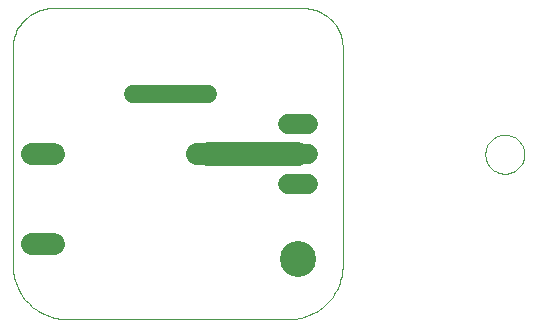
<source format=gbl>
G75*
G70*
%OFA0B0*%
%FSLAX24Y24*%
%IPPOS*%
%LPD*%
%AMOC8*
5,1,8,0,0,1.08239X$1,22.5*
%
%ADD10C,0.0000*%
%ADD11C,0.0660*%
%ADD12C,0.0740*%
%ADD13C,0.1200*%
%ADD14C,0.0400*%
%ADD15C,0.0600*%
%ADD16C,0.0800*%
D10*
X001904Y001670D02*
X009297Y001670D01*
X009297Y001671D02*
X009382Y001673D01*
X009468Y001679D01*
X009553Y001689D01*
X009637Y001703D01*
X009720Y001722D01*
X009803Y001744D01*
X009884Y001770D01*
X009965Y001800D01*
X010043Y001833D01*
X010120Y001871D01*
X010195Y001912D01*
X010268Y001956D01*
X010339Y002004D01*
X010407Y002055D01*
X010473Y002110D01*
X010536Y002167D01*
X010597Y002228D01*
X010654Y002291D01*
X010709Y002357D01*
X010760Y002425D01*
X010808Y002496D01*
X010852Y002569D01*
X010893Y002644D01*
X010931Y002721D01*
X010964Y002799D01*
X010994Y002880D01*
X011020Y002961D01*
X011042Y003044D01*
X011061Y003127D01*
X011075Y003211D01*
X011085Y003296D01*
X011091Y003382D01*
X011093Y003467D01*
X011093Y010721D01*
X011094Y010721D02*
X011092Y010792D01*
X011086Y010864D01*
X011077Y010935D01*
X011063Y011005D01*
X011046Y011074D01*
X011025Y011142D01*
X011000Y011210D01*
X010972Y011275D01*
X010940Y011339D01*
X010905Y011402D01*
X010867Y011462D01*
X010825Y011520D01*
X010780Y011576D01*
X010732Y011629D01*
X010682Y011679D01*
X010629Y011727D01*
X010573Y011772D01*
X010515Y011814D01*
X010455Y011852D01*
X010392Y011887D01*
X010328Y011919D01*
X010263Y011947D01*
X010195Y011972D01*
X010127Y011993D01*
X010058Y012010D01*
X009988Y012024D01*
X009917Y012033D01*
X009845Y012039D01*
X009774Y012041D01*
X009774Y012040D02*
X001426Y012040D01*
X001426Y012041D02*
X001354Y012039D01*
X001283Y012033D01*
X001211Y012024D01*
X001141Y012010D01*
X001071Y011993D01*
X001003Y011972D01*
X000935Y011947D01*
X000869Y011918D01*
X000805Y011887D01*
X000742Y011851D01*
X000682Y011813D01*
X000624Y011771D01*
X000568Y011726D01*
X000514Y011678D01*
X000463Y011627D01*
X000415Y011573D01*
X000370Y011517D01*
X000328Y011459D01*
X000290Y011399D01*
X000254Y011336D01*
X000223Y011272D01*
X000194Y011206D01*
X000169Y011138D01*
X000148Y011070D01*
X000131Y011000D01*
X000117Y010930D01*
X000108Y010858D01*
X000102Y010787D01*
X000100Y010715D01*
X000101Y010715D02*
X000101Y003473D01*
X000103Y003387D01*
X000109Y003302D01*
X000119Y003216D01*
X000134Y003132D01*
X000152Y003048D01*
X000174Y002965D01*
X000200Y002883D01*
X000230Y002803D01*
X000264Y002724D01*
X000301Y002647D01*
X000343Y002572D01*
X000387Y002498D01*
X000435Y002427D01*
X000487Y002358D01*
X000541Y002292D01*
X000599Y002229D01*
X000660Y002168D01*
X000723Y002110D01*
X000789Y002056D01*
X000858Y002004D01*
X000929Y001956D01*
X001002Y001912D01*
X001078Y001870D01*
X001155Y001833D01*
X001234Y001799D01*
X001314Y001769D01*
X001396Y001743D01*
X001479Y001721D01*
X001563Y001703D01*
X001647Y001688D01*
X001733Y001678D01*
X001818Y001672D01*
X001904Y001670D01*
X015851Y007170D02*
X015853Y007220D01*
X015859Y007270D01*
X015869Y007320D01*
X015882Y007368D01*
X015899Y007416D01*
X015920Y007462D01*
X015944Y007506D01*
X015972Y007548D01*
X016003Y007588D01*
X016037Y007625D01*
X016074Y007660D01*
X016113Y007691D01*
X016154Y007720D01*
X016198Y007745D01*
X016244Y007767D01*
X016291Y007785D01*
X016339Y007799D01*
X016388Y007810D01*
X016438Y007817D01*
X016488Y007820D01*
X016539Y007819D01*
X016589Y007814D01*
X016639Y007805D01*
X016687Y007793D01*
X016735Y007776D01*
X016781Y007756D01*
X016826Y007733D01*
X016869Y007706D01*
X016909Y007676D01*
X016947Y007643D01*
X016982Y007607D01*
X017015Y007568D01*
X017044Y007527D01*
X017070Y007484D01*
X017093Y007439D01*
X017112Y007392D01*
X017127Y007344D01*
X017139Y007295D01*
X017147Y007245D01*
X017151Y007195D01*
X017151Y007145D01*
X017147Y007095D01*
X017139Y007045D01*
X017127Y006996D01*
X017112Y006948D01*
X017093Y006901D01*
X017070Y006856D01*
X017044Y006813D01*
X017015Y006772D01*
X016982Y006733D01*
X016947Y006697D01*
X016909Y006664D01*
X016869Y006634D01*
X016826Y006607D01*
X016781Y006584D01*
X016735Y006564D01*
X016687Y006547D01*
X016639Y006535D01*
X016589Y006526D01*
X016539Y006521D01*
X016488Y006520D01*
X016438Y006523D01*
X016388Y006530D01*
X016339Y006541D01*
X016291Y006555D01*
X016244Y006573D01*
X016198Y006595D01*
X016154Y006620D01*
X016113Y006649D01*
X016074Y006680D01*
X016037Y006715D01*
X016003Y006752D01*
X015972Y006792D01*
X015944Y006834D01*
X015920Y006878D01*
X015899Y006924D01*
X015882Y006972D01*
X015869Y007020D01*
X015859Y007070D01*
X015853Y007120D01*
X015851Y007170D01*
D11*
X009931Y007170D02*
X009271Y007170D01*
X009271Y006170D02*
X009931Y006170D01*
X009931Y008170D02*
X009271Y008170D01*
D12*
X006971Y007170D02*
X006231Y007170D01*
X001471Y007170D02*
X000731Y007170D01*
X000731Y004170D02*
X001471Y004170D01*
D13*
X009601Y003670D03*
D14*
X006601Y009170D03*
X004101Y009170D03*
D15*
X006601Y009170D01*
D16*
X006601Y007170D02*
X009601Y007170D01*
M02*

</source>
